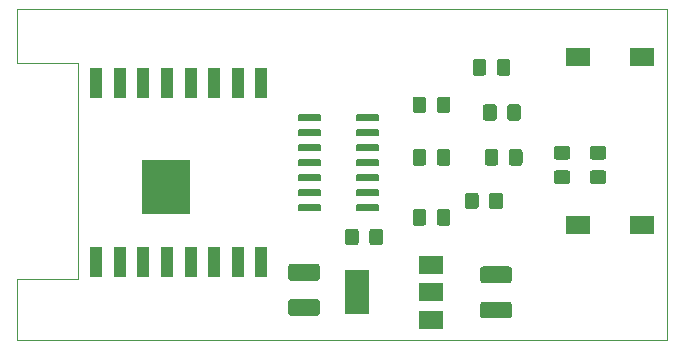
<source format=gbr>
%TF.GenerationSoftware,KiCad,Pcbnew,(5.1.5)-3*%
%TF.CreationDate,2021-03-07T11:31:16-06:00*%
%TF.ProjectId,RTL8720DN multi function board,52544c38-3732-4304-944e-206d756c7469,rev?*%
%TF.SameCoordinates,Original*%
%TF.FileFunction,Paste,Top*%
%TF.FilePolarity,Positive*%
%FSLAX46Y46*%
G04 Gerber Fmt 4.6, Leading zero omitted, Abs format (unit mm)*
G04 Created by KiCad (PCBNEW (5.1.5)-3) date 2021-03-07 11:31:16*
%MOMM*%
%LPD*%
G04 APERTURE LIST*
%ADD10C,0.120000*%
%ADD11R,2.000000X1.600000*%
%ADD12C,0.100000*%
%ADD13R,2.000000X1.500000*%
%ADD14R,2.000000X3.800000*%
%ADD15R,1.000000X2.500000*%
G04 APERTURE END LIST*
D10*
X120550000Y-90420000D02*
X120550000Y-108712000D01*
X120550000Y-108712000D02*
X115400000Y-108712000D01*
X115400000Y-90420000D02*
X120550000Y-90420000D01*
X115400000Y-108712000D02*
X115400000Y-113885000D01*
X170400000Y-113885000D02*
X170400000Y-85885000D01*
X115400000Y-113885000D02*
X170400000Y-113885000D01*
X115400000Y-85885000D02*
X115400000Y-90420000D01*
X170400000Y-85885000D02*
X115400000Y-85885000D01*
D11*
X168308000Y-104140000D03*
X162908000Y-104140000D03*
X162908000Y-89916000D03*
X168308000Y-89916000D03*
D12*
G36*
X144104505Y-104457204D02*
G01*
X144128773Y-104460804D01*
X144152572Y-104466765D01*
X144175671Y-104475030D01*
X144197850Y-104485520D01*
X144218893Y-104498132D01*
X144238599Y-104512747D01*
X144256777Y-104529223D01*
X144273253Y-104547401D01*
X144287868Y-104567107D01*
X144300480Y-104588150D01*
X144310970Y-104610329D01*
X144319235Y-104633428D01*
X144325196Y-104657227D01*
X144328796Y-104681495D01*
X144330000Y-104705999D01*
X144330000Y-105606001D01*
X144328796Y-105630505D01*
X144325196Y-105654773D01*
X144319235Y-105678572D01*
X144310970Y-105701671D01*
X144300480Y-105723850D01*
X144287868Y-105744893D01*
X144273253Y-105764599D01*
X144256777Y-105782777D01*
X144238599Y-105799253D01*
X144218893Y-105813868D01*
X144197850Y-105826480D01*
X144175671Y-105836970D01*
X144152572Y-105845235D01*
X144128773Y-105851196D01*
X144104505Y-105854796D01*
X144080001Y-105856000D01*
X143429999Y-105856000D01*
X143405495Y-105854796D01*
X143381227Y-105851196D01*
X143357428Y-105845235D01*
X143334329Y-105836970D01*
X143312150Y-105826480D01*
X143291107Y-105813868D01*
X143271401Y-105799253D01*
X143253223Y-105782777D01*
X143236747Y-105764599D01*
X143222132Y-105744893D01*
X143209520Y-105723850D01*
X143199030Y-105701671D01*
X143190765Y-105678572D01*
X143184804Y-105654773D01*
X143181204Y-105630505D01*
X143180000Y-105606001D01*
X143180000Y-104705999D01*
X143181204Y-104681495D01*
X143184804Y-104657227D01*
X143190765Y-104633428D01*
X143199030Y-104610329D01*
X143209520Y-104588150D01*
X143222132Y-104567107D01*
X143236747Y-104547401D01*
X143253223Y-104529223D01*
X143271401Y-104512747D01*
X143291107Y-104498132D01*
X143312150Y-104485520D01*
X143334329Y-104475030D01*
X143357428Y-104466765D01*
X143381227Y-104460804D01*
X143405495Y-104457204D01*
X143429999Y-104456000D01*
X144080001Y-104456000D01*
X144104505Y-104457204D01*
G37*
G36*
X146154505Y-104457204D02*
G01*
X146178773Y-104460804D01*
X146202572Y-104466765D01*
X146225671Y-104475030D01*
X146247850Y-104485520D01*
X146268893Y-104498132D01*
X146288599Y-104512747D01*
X146306777Y-104529223D01*
X146323253Y-104547401D01*
X146337868Y-104567107D01*
X146350480Y-104588150D01*
X146360970Y-104610329D01*
X146369235Y-104633428D01*
X146375196Y-104657227D01*
X146378796Y-104681495D01*
X146380000Y-104705999D01*
X146380000Y-105606001D01*
X146378796Y-105630505D01*
X146375196Y-105654773D01*
X146369235Y-105678572D01*
X146360970Y-105701671D01*
X146350480Y-105723850D01*
X146337868Y-105744893D01*
X146323253Y-105764599D01*
X146306777Y-105782777D01*
X146288599Y-105799253D01*
X146268893Y-105813868D01*
X146247850Y-105826480D01*
X146225671Y-105836970D01*
X146202572Y-105845235D01*
X146178773Y-105851196D01*
X146154505Y-105854796D01*
X146130001Y-105856000D01*
X145479999Y-105856000D01*
X145455495Y-105854796D01*
X145431227Y-105851196D01*
X145407428Y-105845235D01*
X145384329Y-105836970D01*
X145362150Y-105826480D01*
X145341107Y-105813868D01*
X145321401Y-105799253D01*
X145303223Y-105782777D01*
X145286747Y-105764599D01*
X145272132Y-105744893D01*
X145259520Y-105723850D01*
X145249030Y-105701671D01*
X145240765Y-105678572D01*
X145234804Y-105654773D01*
X145231204Y-105630505D01*
X145230000Y-105606001D01*
X145230000Y-104705999D01*
X145231204Y-104681495D01*
X145234804Y-104657227D01*
X145240765Y-104633428D01*
X145249030Y-104610329D01*
X145259520Y-104588150D01*
X145272132Y-104567107D01*
X145286747Y-104547401D01*
X145303223Y-104529223D01*
X145321401Y-104512747D01*
X145341107Y-104498132D01*
X145362150Y-104485520D01*
X145384329Y-104475030D01*
X145407428Y-104466765D01*
X145431227Y-104460804D01*
X145455495Y-104457204D01*
X145479999Y-104456000D01*
X146130001Y-104456000D01*
X146154505Y-104457204D01*
G37*
G36*
X162018505Y-99511204D02*
G01*
X162042773Y-99514804D01*
X162066572Y-99520765D01*
X162089671Y-99529030D01*
X162111850Y-99539520D01*
X162132893Y-99552132D01*
X162152599Y-99566747D01*
X162170777Y-99583223D01*
X162187253Y-99601401D01*
X162201868Y-99621107D01*
X162214480Y-99642150D01*
X162224970Y-99664329D01*
X162233235Y-99687428D01*
X162239196Y-99711227D01*
X162242796Y-99735495D01*
X162244000Y-99759999D01*
X162244000Y-100410001D01*
X162242796Y-100434505D01*
X162239196Y-100458773D01*
X162233235Y-100482572D01*
X162224970Y-100505671D01*
X162214480Y-100527850D01*
X162201868Y-100548893D01*
X162187253Y-100568599D01*
X162170777Y-100586777D01*
X162152599Y-100603253D01*
X162132893Y-100617868D01*
X162111850Y-100630480D01*
X162089671Y-100640970D01*
X162066572Y-100649235D01*
X162042773Y-100655196D01*
X162018505Y-100658796D01*
X161994001Y-100660000D01*
X161093999Y-100660000D01*
X161069495Y-100658796D01*
X161045227Y-100655196D01*
X161021428Y-100649235D01*
X160998329Y-100640970D01*
X160976150Y-100630480D01*
X160955107Y-100617868D01*
X160935401Y-100603253D01*
X160917223Y-100586777D01*
X160900747Y-100568599D01*
X160886132Y-100548893D01*
X160873520Y-100527850D01*
X160863030Y-100505671D01*
X160854765Y-100482572D01*
X160848804Y-100458773D01*
X160845204Y-100434505D01*
X160844000Y-100410001D01*
X160844000Y-99759999D01*
X160845204Y-99735495D01*
X160848804Y-99711227D01*
X160854765Y-99687428D01*
X160863030Y-99664329D01*
X160873520Y-99642150D01*
X160886132Y-99621107D01*
X160900747Y-99601401D01*
X160917223Y-99583223D01*
X160935401Y-99566747D01*
X160955107Y-99552132D01*
X160976150Y-99539520D01*
X160998329Y-99529030D01*
X161021428Y-99520765D01*
X161045227Y-99514804D01*
X161069495Y-99511204D01*
X161093999Y-99510000D01*
X161994001Y-99510000D01*
X162018505Y-99511204D01*
G37*
G36*
X162018505Y-97461204D02*
G01*
X162042773Y-97464804D01*
X162066572Y-97470765D01*
X162089671Y-97479030D01*
X162111850Y-97489520D01*
X162132893Y-97502132D01*
X162152599Y-97516747D01*
X162170777Y-97533223D01*
X162187253Y-97551401D01*
X162201868Y-97571107D01*
X162214480Y-97592150D01*
X162224970Y-97614329D01*
X162233235Y-97637428D01*
X162239196Y-97661227D01*
X162242796Y-97685495D01*
X162244000Y-97709999D01*
X162244000Y-98360001D01*
X162242796Y-98384505D01*
X162239196Y-98408773D01*
X162233235Y-98432572D01*
X162224970Y-98455671D01*
X162214480Y-98477850D01*
X162201868Y-98498893D01*
X162187253Y-98518599D01*
X162170777Y-98536777D01*
X162152599Y-98553253D01*
X162132893Y-98567868D01*
X162111850Y-98580480D01*
X162089671Y-98590970D01*
X162066572Y-98599235D01*
X162042773Y-98605196D01*
X162018505Y-98608796D01*
X161994001Y-98610000D01*
X161093999Y-98610000D01*
X161069495Y-98608796D01*
X161045227Y-98605196D01*
X161021428Y-98599235D01*
X160998329Y-98590970D01*
X160976150Y-98580480D01*
X160955107Y-98567868D01*
X160935401Y-98553253D01*
X160917223Y-98536777D01*
X160900747Y-98518599D01*
X160886132Y-98498893D01*
X160873520Y-98477850D01*
X160863030Y-98455671D01*
X160854765Y-98432572D01*
X160848804Y-98408773D01*
X160845204Y-98384505D01*
X160844000Y-98360001D01*
X160844000Y-97709999D01*
X160845204Y-97685495D01*
X160848804Y-97661227D01*
X160854765Y-97637428D01*
X160863030Y-97614329D01*
X160873520Y-97592150D01*
X160886132Y-97571107D01*
X160900747Y-97551401D01*
X160917223Y-97533223D01*
X160935401Y-97516747D01*
X160955107Y-97502132D01*
X160976150Y-97489520D01*
X160998329Y-97479030D01*
X161021428Y-97470765D01*
X161045227Y-97464804D01*
X161069495Y-97461204D01*
X161093999Y-97460000D01*
X161994001Y-97460000D01*
X162018505Y-97461204D01*
G37*
D13*
X150470000Y-112155000D03*
X150470000Y-107555000D03*
X150470000Y-109855000D03*
D14*
X144170000Y-109855000D03*
D12*
G36*
X125950961Y-98685245D02*
G01*
X125953806Y-98675866D01*
X125958427Y-98667221D01*
X125964645Y-98659645D01*
X125972221Y-98653427D01*
X125980866Y-98648806D01*
X125990245Y-98645961D01*
X126000000Y-98645000D01*
X130000000Y-98645000D01*
X130009755Y-98645961D01*
X130019134Y-98648806D01*
X130027779Y-98653427D01*
X130035355Y-98659645D01*
X130041573Y-98667221D01*
X130046194Y-98675866D01*
X130049039Y-98685245D01*
X130050000Y-98695000D01*
X130050000Y-103195000D01*
X130049039Y-103204755D01*
X130046194Y-103214134D01*
X130041573Y-103222779D01*
X130035355Y-103230355D01*
X130027779Y-103236573D01*
X130019134Y-103241194D01*
X130009755Y-103244039D01*
X130000000Y-103245000D01*
X126000000Y-103245000D01*
X125990245Y-103244039D01*
X125980866Y-103241194D01*
X125972221Y-103236573D01*
X125964645Y-103230355D01*
X125958427Y-103222779D01*
X125953806Y-103214134D01*
X125950961Y-103204755D01*
X125950000Y-103195000D01*
X125950000Y-98695000D01*
X125950961Y-98685245D01*
G37*
D15*
X122100000Y-107295000D03*
X124100000Y-107295000D03*
X126100000Y-107295000D03*
X128100000Y-107295000D03*
X130100000Y-107295000D03*
X132100000Y-107295000D03*
X134100000Y-107295000D03*
X136100000Y-107295000D03*
X136100000Y-92095000D03*
X134100000Y-92095000D03*
X132100000Y-92095000D03*
X130100000Y-92095000D03*
X128100000Y-92095000D03*
X126100000Y-92095000D03*
X124100000Y-92095000D03*
X122100000Y-92095000D03*
D12*
G36*
X165066505Y-99520204D02*
G01*
X165090773Y-99523804D01*
X165114572Y-99529765D01*
X165137671Y-99538030D01*
X165159850Y-99548520D01*
X165180893Y-99561132D01*
X165200599Y-99575747D01*
X165218777Y-99592223D01*
X165235253Y-99610401D01*
X165249868Y-99630107D01*
X165262480Y-99651150D01*
X165272970Y-99673329D01*
X165281235Y-99696428D01*
X165287196Y-99720227D01*
X165290796Y-99744495D01*
X165292000Y-99768999D01*
X165292000Y-100419001D01*
X165290796Y-100443505D01*
X165287196Y-100467773D01*
X165281235Y-100491572D01*
X165272970Y-100514671D01*
X165262480Y-100536850D01*
X165249868Y-100557893D01*
X165235253Y-100577599D01*
X165218777Y-100595777D01*
X165200599Y-100612253D01*
X165180893Y-100626868D01*
X165159850Y-100639480D01*
X165137671Y-100649970D01*
X165114572Y-100658235D01*
X165090773Y-100664196D01*
X165066505Y-100667796D01*
X165042001Y-100669000D01*
X164141999Y-100669000D01*
X164117495Y-100667796D01*
X164093227Y-100664196D01*
X164069428Y-100658235D01*
X164046329Y-100649970D01*
X164024150Y-100639480D01*
X164003107Y-100626868D01*
X163983401Y-100612253D01*
X163965223Y-100595777D01*
X163948747Y-100577599D01*
X163934132Y-100557893D01*
X163921520Y-100536850D01*
X163911030Y-100514671D01*
X163902765Y-100491572D01*
X163896804Y-100467773D01*
X163893204Y-100443505D01*
X163892000Y-100419001D01*
X163892000Y-99768999D01*
X163893204Y-99744495D01*
X163896804Y-99720227D01*
X163902765Y-99696428D01*
X163911030Y-99673329D01*
X163921520Y-99651150D01*
X163934132Y-99630107D01*
X163948747Y-99610401D01*
X163965223Y-99592223D01*
X163983401Y-99575747D01*
X164003107Y-99561132D01*
X164024150Y-99548520D01*
X164046329Y-99538030D01*
X164069428Y-99529765D01*
X164093227Y-99523804D01*
X164117495Y-99520204D01*
X164141999Y-99519000D01*
X165042001Y-99519000D01*
X165066505Y-99520204D01*
G37*
G36*
X165066505Y-97470204D02*
G01*
X165090773Y-97473804D01*
X165114572Y-97479765D01*
X165137671Y-97488030D01*
X165159850Y-97498520D01*
X165180893Y-97511132D01*
X165200599Y-97525747D01*
X165218777Y-97542223D01*
X165235253Y-97560401D01*
X165249868Y-97580107D01*
X165262480Y-97601150D01*
X165272970Y-97623329D01*
X165281235Y-97646428D01*
X165287196Y-97670227D01*
X165290796Y-97694495D01*
X165292000Y-97718999D01*
X165292000Y-98369001D01*
X165290796Y-98393505D01*
X165287196Y-98417773D01*
X165281235Y-98441572D01*
X165272970Y-98464671D01*
X165262480Y-98486850D01*
X165249868Y-98507893D01*
X165235253Y-98527599D01*
X165218777Y-98545777D01*
X165200599Y-98562253D01*
X165180893Y-98576868D01*
X165159850Y-98589480D01*
X165137671Y-98599970D01*
X165114572Y-98608235D01*
X165090773Y-98614196D01*
X165066505Y-98617796D01*
X165042001Y-98619000D01*
X164141999Y-98619000D01*
X164117495Y-98617796D01*
X164093227Y-98614196D01*
X164069428Y-98608235D01*
X164046329Y-98599970D01*
X164024150Y-98589480D01*
X164003107Y-98576868D01*
X163983401Y-98562253D01*
X163965223Y-98545777D01*
X163948747Y-98527599D01*
X163934132Y-98507893D01*
X163921520Y-98486850D01*
X163911030Y-98464671D01*
X163902765Y-98441572D01*
X163896804Y-98417773D01*
X163893204Y-98393505D01*
X163892000Y-98369001D01*
X163892000Y-97718999D01*
X163893204Y-97694495D01*
X163896804Y-97670227D01*
X163902765Y-97646428D01*
X163911030Y-97623329D01*
X163921520Y-97601150D01*
X163934132Y-97580107D01*
X163948747Y-97560401D01*
X163965223Y-97542223D01*
X163983401Y-97525747D01*
X164003107Y-97511132D01*
X164024150Y-97498520D01*
X164046329Y-97488030D01*
X164069428Y-97479765D01*
X164093227Y-97473804D01*
X164117495Y-97470204D01*
X164141999Y-97469000D01*
X165042001Y-97469000D01*
X165066505Y-97470204D01*
G37*
G36*
X140799504Y-110413704D02*
G01*
X140823773Y-110417304D01*
X140847571Y-110423265D01*
X140870671Y-110431530D01*
X140892849Y-110442020D01*
X140913893Y-110454633D01*
X140933598Y-110469247D01*
X140951777Y-110485723D01*
X140968253Y-110503902D01*
X140982867Y-110523607D01*
X140995480Y-110544651D01*
X141005970Y-110566829D01*
X141014235Y-110589929D01*
X141020196Y-110613727D01*
X141023796Y-110637996D01*
X141025000Y-110662500D01*
X141025000Y-111587500D01*
X141023796Y-111612004D01*
X141020196Y-111636273D01*
X141014235Y-111660071D01*
X141005970Y-111683171D01*
X140995480Y-111705349D01*
X140982867Y-111726393D01*
X140968253Y-111746098D01*
X140951777Y-111764277D01*
X140933598Y-111780753D01*
X140913893Y-111795367D01*
X140892849Y-111807980D01*
X140870671Y-111818470D01*
X140847571Y-111826735D01*
X140823773Y-111832696D01*
X140799504Y-111836296D01*
X140775000Y-111837500D01*
X138625000Y-111837500D01*
X138600496Y-111836296D01*
X138576227Y-111832696D01*
X138552429Y-111826735D01*
X138529329Y-111818470D01*
X138507151Y-111807980D01*
X138486107Y-111795367D01*
X138466402Y-111780753D01*
X138448223Y-111764277D01*
X138431747Y-111746098D01*
X138417133Y-111726393D01*
X138404520Y-111705349D01*
X138394030Y-111683171D01*
X138385765Y-111660071D01*
X138379804Y-111636273D01*
X138376204Y-111612004D01*
X138375000Y-111587500D01*
X138375000Y-110662500D01*
X138376204Y-110637996D01*
X138379804Y-110613727D01*
X138385765Y-110589929D01*
X138394030Y-110566829D01*
X138404520Y-110544651D01*
X138417133Y-110523607D01*
X138431747Y-110503902D01*
X138448223Y-110485723D01*
X138466402Y-110469247D01*
X138486107Y-110454633D01*
X138507151Y-110442020D01*
X138529329Y-110431530D01*
X138552429Y-110423265D01*
X138576227Y-110417304D01*
X138600496Y-110413704D01*
X138625000Y-110412500D01*
X140775000Y-110412500D01*
X140799504Y-110413704D01*
G37*
G36*
X140799504Y-107438704D02*
G01*
X140823773Y-107442304D01*
X140847571Y-107448265D01*
X140870671Y-107456530D01*
X140892849Y-107467020D01*
X140913893Y-107479633D01*
X140933598Y-107494247D01*
X140951777Y-107510723D01*
X140968253Y-107528902D01*
X140982867Y-107548607D01*
X140995480Y-107569651D01*
X141005970Y-107591829D01*
X141014235Y-107614929D01*
X141020196Y-107638727D01*
X141023796Y-107662996D01*
X141025000Y-107687500D01*
X141025000Y-108612500D01*
X141023796Y-108637004D01*
X141020196Y-108661273D01*
X141014235Y-108685071D01*
X141005970Y-108708171D01*
X140995480Y-108730349D01*
X140982867Y-108751393D01*
X140968253Y-108771098D01*
X140951777Y-108789277D01*
X140933598Y-108805753D01*
X140913893Y-108820367D01*
X140892849Y-108832980D01*
X140870671Y-108843470D01*
X140847571Y-108851735D01*
X140823773Y-108857696D01*
X140799504Y-108861296D01*
X140775000Y-108862500D01*
X138625000Y-108862500D01*
X138600496Y-108861296D01*
X138576227Y-108857696D01*
X138552429Y-108851735D01*
X138529329Y-108843470D01*
X138507151Y-108832980D01*
X138486107Y-108820367D01*
X138466402Y-108805753D01*
X138448223Y-108789277D01*
X138431747Y-108771098D01*
X138417133Y-108751393D01*
X138404520Y-108730349D01*
X138394030Y-108708171D01*
X138385765Y-108685071D01*
X138379804Y-108661273D01*
X138376204Y-108637004D01*
X138375000Y-108612500D01*
X138375000Y-107687500D01*
X138376204Y-107662996D01*
X138379804Y-107638727D01*
X138385765Y-107614929D01*
X138394030Y-107591829D01*
X138404520Y-107569651D01*
X138417133Y-107548607D01*
X138431747Y-107528902D01*
X138448223Y-107510723D01*
X138466402Y-107494247D01*
X138486107Y-107479633D01*
X138507151Y-107467020D01*
X138529329Y-107456530D01*
X138552429Y-107448265D01*
X138576227Y-107442304D01*
X138600496Y-107438704D01*
X138625000Y-107437500D01*
X140775000Y-107437500D01*
X140799504Y-107438704D01*
G37*
G36*
X157055504Y-110631204D02*
G01*
X157079773Y-110634804D01*
X157103571Y-110640765D01*
X157126671Y-110649030D01*
X157148849Y-110659520D01*
X157169893Y-110672133D01*
X157189598Y-110686747D01*
X157207777Y-110703223D01*
X157224253Y-110721402D01*
X157238867Y-110741107D01*
X157251480Y-110762151D01*
X157261970Y-110784329D01*
X157270235Y-110807429D01*
X157276196Y-110831227D01*
X157279796Y-110855496D01*
X157281000Y-110880000D01*
X157281000Y-111805000D01*
X157279796Y-111829504D01*
X157276196Y-111853773D01*
X157270235Y-111877571D01*
X157261970Y-111900671D01*
X157251480Y-111922849D01*
X157238867Y-111943893D01*
X157224253Y-111963598D01*
X157207777Y-111981777D01*
X157189598Y-111998253D01*
X157169893Y-112012867D01*
X157148849Y-112025480D01*
X157126671Y-112035970D01*
X157103571Y-112044235D01*
X157079773Y-112050196D01*
X157055504Y-112053796D01*
X157031000Y-112055000D01*
X154881000Y-112055000D01*
X154856496Y-112053796D01*
X154832227Y-112050196D01*
X154808429Y-112044235D01*
X154785329Y-112035970D01*
X154763151Y-112025480D01*
X154742107Y-112012867D01*
X154722402Y-111998253D01*
X154704223Y-111981777D01*
X154687747Y-111963598D01*
X154673133Y-111943893D01*
X154660520Y-111922849D01*
X154650030Y-111900671D01*
X154641765Y-111877571D01*
X154635804Y-111853773D01*
X154632204Y-111829504D01*
X154631000Y-111805000D01*
X154631000Y-110880000D01*
X154632204Y-110855496D01*
X154635804Y-110831227D01*
X154641765Y-110807429D01*
X154650030Y-110784329D01*
X154660520Y-110762151D01*
X154673133Y-110741107D01*
X154687747Y-110721402D01*
X154704223Y-110703223D01*
X154722402Y-110686747D01*
X154742107Y-110672133D01*
X154763151Y-110659520D01*
X154785329Y-110649030D01*
X154808429Y-110640765D01*
X154832227Y-110634804D01*
X154856496Y-110631204D01*
X154881000Y-110630000D01*
X157031000Y-110630000D01*
X157055504Y-110631204D01*
G37*
G36*
X157055504Y-107656204D02*
G01*
X157079773Y-107659804D01*
X157103571Y-107665765D01*
X157126671Y-107674030D01*
X157148849Y-107684520D01*
X157169893Y-107697133D01*
X157189598Y-107711747D01*
X157207777Y-107728223D01*
X157224253Y-107746402D01*
X157238867Y-107766107D01*
X157251480Y-107787151D01*
X157261970Y-107809329D01*
X157270235Y-107832429D01*
X157276196Y-107856227D01*
X157279796Y-107880496D01*
X157281000Y-107905000D01*
X157281000Y-108830000D01*
X157279796Y-108854504D01*
X157276196Y-108878773D01*
X157270235Y-108902571D01*
X157261970Y-108925671D01*
X157251480Y-108947849D01*
X157238867Y-108968893D01*
X157224253Y-108988598D01*
X157207777Y-109006777D01*
X157189598Y-109023253D01*
X157169893Y-109037867D01*
X157148849Y-109050480D01*
X157126671Y-109060970D01*
X157103571Y-109069235D01*
X157079773Y-109075196D01*
X157055504Y-109078796D01*
X157031000Y-109080000D01*
X154881000Y-109080000D01*
X154856496Y-109078796D01*
X154832227Y-109075196D01*
X154808429Y-109069235D01*
X154785329Y-109060970D01*
X154763151Y-109050480D01*
X154742107Y-109037867D01*
X154722402Y-109023253D01*
X154704223Y-109006777D01*
X154687747Y-108988598D01*
X154673133Y-108968893D01*
X154660520Y-108947849D01*
X154650030Y-108925671D01*
X154641765Y-108902571D01*
X154635804Y-108878773D01*
X154632204Y-108854504D01*
X154631000Y-108830000D01*
X154631000Y-107905000D01*
X154632204Y-107880496D01*
X154635804Y-107856227D01*
X154641765Y-107832429D01*
X154650030Y-107809329D01*
X154660520Y-107787151D01*
X154673133Y-107766107D01*
X154687747Y-107746402D01*
X154704223Y-107728223D01*
X154722402Y-107711747D01*
X154742107Y-107697133D01*
X154763151Y-107684520D01*
X154785329Y-107674030D01*
X154808429Y-107665765D01*
X154832227Y-107659804D01*
X154856496Y-107656204D01*
X154881000Y-107655000D01*
X157031000Y-107655000D01*
X157055504Y-107656204D01*
G37*
G36*
X156949505Y-90106204D02*
G01*
X156973773Y-90109804D01*
X156997572Y-90115765D01*
X157020671Y-90124030D01*
X157042850Y-90134520D01*
X157063893Y-90147132D01*
X157083599Y-90161747D01*
X157101777Y-90178223D01*
X157118253Y-90196401D01*
X157132868Y-90216107D01*
X157145480Y-90237150D01*
X157155970Y-90259329D01*
X157164235Y-90282428D01*
X157170196Y-90306227D01*
X157173796Y-90330495D01*
X157175000Y-90354999D01*
X157175000Y-91255001D01*
X157173796Y-91279505D01*
X157170196Y-91303773D01*
X157164235Y-91327572D01*
X157155970Y-91350671D01*
X157145480Y-91372850D01*
X157132868Y-91393893D01*
X157118253Y-91413599D01*
X157101777Y-91431777D01*
X157083599Y-91448253D01*
X157063893Y-91462868D01*
X157042850Y-91475480D01*
X157020671Y-91485970D01*
X156997572Y-91494235D01*
X156973773Y-91500196D01*
X156949505Y-91503796D01*
X156925001Y-91505000D01*
X156274999Y-91505000D01*
X156250495Y-91503796D01*
X156226227Y-91500196D01*
X156202428Y-91494235D01*
X156179329Y-91485970D01*
X156157150Y-91475480D01*
X156136107Y-91462868D01*
X156116401Y-91448253D01*
X156098223Y-91431777D01*
X156081747Y-91413599D01*
X156067132Y-91393893D01*
X156054520Y-91372850D01*
X156044030Y-91350671D01*
X156035765Y-91327572D01*
X156029804Y-91303773D01*
X156026204Y-91279505D01*
X156025000Y-91255001D01*
X156025000Y-90354999D01*
X156026204Y-90330495D01*
X156029804Y-90306227D01*
X156035765Y-90282428D01*
X156044030Y-90259329D01*
X156054520Y-90237150D01*
X156067132Y-90216107D01*
X156081747Y-90196401D01*
X156098223Y-90178223D01*
X156116401Y-90161747D01*
X156136107Y-90147132D01*
X156157150Y-90134520D01*
X156179329Y-90124030D01*
X156202428Y-90115765D01*
X156226227Y-90109804D01*
X156250495Y-90106204D01*
X156274999Y-90105000D01*
X156925001Y-90105000D01*
X156949505Y-90106204D01*
G37*
G36*
X154899505Y-90106204D02*
G01*
X154923773Y-90109804D01*
X154947572Y-90115765D01*
X154970671Y-90124030D01*
X154992850Y-90134520D01*
X155013893Y-90147132D01*
X155033599Y-90161747D01*
X155051777Y-90178223D01*
X155068253Y-90196401D01*
X155082868Y-90216107D01*
X155095480Y-90237150D01*
X155105970Y-90259329D01*
X155114235Y-90282428D01*
X155120196Y-90306227D01*
X155123796Y-90330495D01*
X155125000Y-90354999D01*
X155125000Y-91255001D01*
X155123796Y-91279505D01*
X155120196Y-91303773D01*
X155114235Y-91327572D01*
X155105970Y-91350671D01*
X155095480Y-91372850D01*
X155082868Y-91393893D01*
X155068253Y-91413599D01*
X155051777Y-91431777D01*
X155033599Y-91448253D01*
X155013893Y-91462868D01*
X154992850Y-91475480D01*
X154970671Y-91485970D01*
X154947572Y-91494235D01*
X154923773Y-91500196D01*
X154899505Y-91503796D01*
X154875001Y-91505000D01*
X154224999Y-91505000D01*
X154200495Y-91503796D01*
X154176227Y-91500196D01*
X154152428Y-91494235D01*
X154129329Y-91485970D01*
X154107150Y-91475480D01*
X154086107Y-91462868D01*
X154066401Y-91448253D01*
X154048223Y-91431777D01*
X154031747Y-91413599D01*
X154017132Y-91393893D01*
X154004520Y-91372850D01*
X153994030Y-91350671D01*
X153985765Y-91327572D01*
X153979804Y-91303773D01*
X153976204Y-91279505D01*
X153975000Y-91255001D01*
X153975000Y-90354999D01*
X153976204Y-90330495D01*
X153979804Y-90306227D01*
X153985765Y-90282428D01*
X153994030Y-90259329D01*
X154004520Y-90237150D01*
X154017132Y-90216107D01*
X154031747Y-90196401D01*
X154048223Y-90178223D01*
X154066401Y-90161747D01*
X154086107Y-90147132D01*
X154107150Y-90134520D01*
X154129329Y-90124030D01*
X154152428Y-90115765D01*
X154176227Y-90109804D01*
X154200495Y-90106204D01*
X154224999Y-90105000D01*
X154875001Y-90105000D01*
X154899505Y-90106204D01*
G37*
G36*
X145939703Y-94770722D02*
G01*
X145954264Y-94772882D01*
X145968543Y-94776459D01*
X145982403Y-94781418D01*
X145995710Y-94787712D01*
X146008336Y-94795280D01*
X146020159Y-94804048D01*
X146031066Y-94813934D01*
X146040952Y-94824841D01*
X146049720Y-94836664D01*
X146057288Y-94849290D01*
X146063582Y-94862597D01*
X146068541Y-94876457D01*
X146072118Y-94890736D01*
X146074278Y-94905297D01*
X146075000Y-94920000D01*
X146075000Y-95220000D01*
X146074278Y-95234703D01*
X146072118Y-95249264D01*
X146068541Y-95263543D01*
X146063582Y-95277403D01*
X146057288Y-95290710D01*
X146049720Y-95303336D01*
X146040952Y-95315159D01*
X146031066Y-95326066D01*
X146020159Y-95335952D01*
X146008336Y-95344720D01*
X145995710Y-95352288D01*
X145982403Y-95358582D01*
X145968543Y-95363541D01*
X145954264Y-95367118D01*
X145939703Y-95369278D01*
X145925000Y-95370000D01*
X144275000Y-95370000D01*
X144260297Y-95369278D01*
X144245736Y-95367118D01*
X144231457Y-95363541D01*
X144217597Y-95358582D01*
X144204290Y-95352288D01*
X144191664Y-95344720D01*
X144179841Y-95335952D01*
X144168934Y-95326066D01*
X144159048Y-95315159D01*
X144150280Y-95303336D01*
X144142712Y-95290710D01*
X144136418Y-95277403D01*
X144131459Y-95263543D01*
X144127882Y-95249264D01*
X144125722Y-95234703D01*
X144125000Y-95220000D01*
X144125000Y-94920000D01*
X144125722Y-94905297D01*
X144127882Y-94890736D01*
X144131459Y-94876457D01*
X144136418Y-94862597D01*
X144142712Y-94849290D01*
X144150280Y-94836664D01*
X144159048Y-94824841D01*
X144168934Y-94813934D01*
X144179841Y-94804048D01*
X144191664Y-94795280D01*
X144204290Y-94787712D01*
X144217597Y-94781418D01*
X144231457Y-94776459D01*
X144245736Y-94772882D01*
X144260297Y-94770722D01*
X144275000Y-94770000D01*
X145925000Y-94770000D01*
X145939703Y-94770722D01*
G37*
G36*
X145939703Y-96040722D02*
G01*
X145954264Y-96042882D01*
X145968543Y-96046459D01*
X145982403Y-96051418D01*
X145995710Y-96057712D01*
X146008336Y-96065280D01*
X146020159Y-96074048D01*
X146031066Y-96083934D01*
X146040952Y-96094841D01*
X146049720Y-96106664D01*
X146057288Y-96119290D01*
X146063582Y-96132597D01*
X146068541Y-96146457D01*
X146072118Y-96160736D01*
X146074278Y-96175297D01*
X146075000Y-96190000D01*
X146075000Y-96490000D01*
X146074278Y-96504703D01*
X146072118Y-96519264D01*
X146068541Y-96533543D01*
X146063582Y-96547403D01*
X146057288Y-96560710D01*
X146049720Y-96573336D01*
X146040952Y-96585159D01*
X146031066Y-96596066D01*
X146020159Y-96605952D01*
X146008336Y-96614720D01*
X145995710Y-96622288D01*
X145982403Y-96628582D01*
X145968543Y-96633541D01*
X145954264Y-96637118D01*
X145939703Y-96639278D01*
X145925000Y-96640000D01*
X144275000Y-96640000D01*
X144260297Y-96639278D01*
X144245736Y-96637118D01*
X144231457Y-96633541D01*
X144217597Y-96628582D01*
X144204290Y-96622288D01*
X144191664Y-96614720D01*
X144179841Y-96605952D01*
X144168934Y-96596066D01*
X144159048Y-96585159D01*
X144150280Y-96573336D01*
X144142712Y-96560710D01*
X144136418Y-96547403D01*
X144131459Y-96533543D01*
X144127882Y-96519264D01*
X144125722Y-96504703D01*
X144125000Y-96490000D01*
X144125000Y-96190000D01*
X144125722Y-96175297D01*
X144127882Y-96160736D01*
X144131459Y-96146457D01*
X144136418Y-96132597D01*
X144142712Y-96119290D01*
X144150280Y-96106664D01*
X144159048Y-96094841D01*
X144168934Y-96083934D01*
X144179841Y-96074048D01*
X144191664Y-96065280D01*
X144204290Y-96057712D01*
X144217597Y-96051418D01*
X144231457Y-96046459D01*
X144245736Y-96042882D01*
X144260297Y-96040722D01*
X144275000Y-96040000D01*
X145925000Y-96040000D01*
X145939703Y-96040722D01*
G37*
G36*
X145939703Y-97310722D02*
G01*
X145954264Y-97312882D01*
X145968543Y-97316459D01*
X145982403Y-97321418D01*
X145995710Y-97327712D01*
X146008336Y-97335280D01*
X146020159Y-97344048D01*
X146031066Y-97353934D01*
X146040952Y-97364841D01*
X146049720Y-97376664D01*
X146057288Y-97389290D01*
X146063582Y-97402597D01*
X146068541Y-97416457D01*
X146072118Y-97430736D01*
X146074278Y-97445297D01*
X146075000Y-97460000D01*
X146075000Y-97760000D01*
X146074278Y-97774703D01*
X146072118Y-97789264D01*
X146068541Y-97803543D01*
X146063582Y-97817403D01*
X146057288Y-97830710D01*
X146049720Y-97843336D01*
X146040952Y-97855159D01*
X146031066Y-97866066D01*
X146020159Y-97875952D01*
X146008336Y-97884720D01*
X145995710Y-97892288D01*
X145982403Y-97898582D01*
X145968543Y-97903541D01*
X145954264Y-97907118D01*
X145939703Y-97909278D01*
X145925000Y-97910000D01*
X144275000Y-97910000D01*
X144260297Y-97909278D01*
X144245736Y-97907118D01*
X144231457Y-97903541D01*
X144217597Y-97898582D01*
X144204290Y-97892288D01*
X144191664Y-97884720D01*
X144179841Y-97875952D01*
X144168934Y-97866066D01*
X144159048Y-97855159D01*
X144150280Y-97843336D01*
X144142712Y-97830710D01*
X144136418Y-97817403D01*
X144131459Y-97803543D01*
X144127882Y-97789264D01*
X144125722Y-97774703D01*
X144125000Y-97760000D01*
X144125000Y-97460000D01*
X144125722Y-97445297D01*
X144127882Y-97430736D01*
X144131459Y-97416457D01*
X144136418Y-97402597D01*
X144142712Y-97389290D01*
X144150280Y-97376664D01*
X144159048Y-97364841D01*
X144168934Y-97353934D01*
X144179841Y-97344048D01*
X144191664Y-97335280D01*
X144204290Y-97327712D01*
X144217597Y-97321418D01*
X144231457Y-97316459D01*
X144245736Y-97312882D01*
X144260297Y-97310722D01*
X144275000Y-97310000D01*
X145925000Y-97310000D01*
X145939703Y-97310722D01*
G37*
G36*
X145939703Y-98580722D02*
G01*
X145954264Y-98582882D01*
X145968543Y-98586459D01*
X145982403Y-98591418D01*
X145995710Y-98597712D01*
X146008336Y-98605280D01*
X146020159Y-98614048D01*
X146031066Y-98623934D01*
X146040952Y-98634841D01*
X146049720Y-98646664D01*
X146057288Y-98659290D01*
X146063582Y-98672597D01*
X146068541Y-98686457D01*
X146072118Y-98700736D01*
X146074278Y-98715297D01*
X146075000Y-98730000D01*
X146075000Y-99030000D01*
X146074278Y-99044703D01*
X146072118Y-99059264D01*
X146068541Y-99073543D01*
X146063582Y-99087403D01*
X146057288Y-99100710D01*
X146049720Y-99113336D01*
X146040952Y-99125159D01*
X146031066Y-99136066D01*
X146020159Y-99145952D01*
X146008336Y-99154720D01*
X145995710Y-99162288D01*
X145982403Y-99168582D01*
X145968543Y-99173541D01*
X145954264Y-99177118D01*
X145939703Y-99179278D01*
X145925000Y-99180000D01*
X144275000Y-99180000D01*
X144260297Y-99179278D01*
X144245736Y-99177118D01*
X144231457Y-99173541D01*
X144217597Y-99168582D01*
X144204290Y-99162288D01*
X144191664Y-99154720D01*
X144179841Y-99145952D01*
X144168934Y-99136066D01*
X144159048Y-99125159D01*
X144150280Y-99113336D01*
X144142712Y-99100710D01*
X144136418Y-99087403D01*
X144131459Y-99073543D01*
X144127882Y-99059264D01*
X144125722Y-99044703D01*
X144125000Y-99030000D01*
X144125000Y-98730000D01*
X144125722Y-98715297D01*
X144127882Y-98700736D01*
X144131459Y-98686457D01*
X144136418Y-98672597D01*
X144142712Y-98659290D01*
X144150280Y-98646664D01*
X144159048Y-98634841D01*
X144168934Y-98623934D01*
X144179841Y-98614048D01*
X144191664Y-98605280D01*
X144204290Y-98597712D01*
X144217597Y-98591418D01*
X144231457Y-98586459D01*
X144245736Y-98582882D01*
X144260297Y-98580722D01*
X144275000Y-98580000D01*
X145925000Y-98580000D01*
X145939703Y-98580722D01*
G37*
G36*
X145939703Y-99850722D02*
G01*
X145954264Y-99852882D01*
X145968543Y-99856459D01*
X145982403Y-99861418D01*
X145995710Y-99867712D01*
X146008336Y-99875280D01*
X146020159Y-99884048D01*
X146031066Y-99893934D01*
X146040952Y-99904841D01*
X146049720Y-99916664D01*
X146057288Y-99929290D01*
X146063582Y-99942597D01*
X146068541Y-99956457D01*
X146072118Y-99970736D01*
X146074278Y-99985297D01*
X146075000Y-100000000D01*
X146075000Y-100300000D01*
X146074278Y-100314703D01*
X146072118Y-100329264D01*
X146068541Y-100343543D01*
X146063582Y-100357403D01*
X146057288Y-100370710D01*
X146049720Y-100383336D01*
X146040952Y-100395159D01*
X146031066Y-100406066D01*
X146020159Y-100415952D01*
X146008336Y-100424720D01*
X145995710Y-100432288D01*
X145982403Y-100438582D01*
X145968543Y-100443541D01*
X145954264Y-100447118D01*
X145939703Y-100449278D01*
X145925000Y-100450000D01*
X144275000Y-100450000D01*
X144260297Y-100449278D01*
X144245736Y-100447118D01*
X144231457Y-100443541D01*
X144217597Y-100438582D01*
X144204290Y-100432288D01*
X144191664Y-100424720D01*
X144179841Y-100415952D01*
X144168934Y-100406066D01*
X144159048Y-100395159D01*
X144150280Y-100383336D01*
X144142712Y-100370710D01*
X144136418Y-100357403D01*
X144131459Y-100343543D01*
X144127882Y-100329264D01*
X144125722Y-100314703D01*
X144125000Y-100300000D01*
X144125000Y-100000000D01*
X144125722Y-99985297D01*
X144127882Y-99970736D01*
X144131459Y-99956457D01*
X144136418Y-99942597D01*
X144142712Y-99929290D01*
X144150280Y-99916664D01*
X144159048Y-99904841D01*
X144168934Y-99893934D01*
X144179841Y-99884048D01*
X144191664Y-99875280D01*
X144204290Y-99867712D01*
X144217597Y-99861418D01*
X144231457Y-99856459D01*
X144245736Y-99852882D01*
X144260297Y-99850722D01*
X144275000Y-99850000D01*
X145925000Y-99850000D01*
X145939703Y-99850722D01*
G37*
G36*
X145939703Y-101120722D02*
G01*
X145954264Y-101122882D01*
X145968543Y-101126459D01*
X145982403Y-101131418D01*
X145995710Y-101137712D01*
X146008336Y-101145280D01*
X146020159Y-101154048D01*
X146031066Y-101163934D01*
X146040952Y-101174841D01*
X146049720Y-101186664D01*
X146057288Y-101199290D01*
X146063582Y-101212597D01*
X146068541Y-101226457D01*
X146072118Y-101240736D01*
X146074278Y-101255297D01*
X146075000Y-101270000D01*
X146075000Y-101570000D01*
X146074278Y-101584703D01*
X146072118Y-101599264D01*
X146068541Y-101613543D01*
X146063582Y-101627403D01*
X146057288Y-101640710D01*
X146049720Y-101653336D01*
X146040952Y-101665159D01*
X146031066Y-101676066D01*
X146020159Y-101685952D01*
X146008336Y-101694720D01*
X145995710Y-101702288D01*
X145982403Y-101708582D01*
X145968543Y-101713541D01*
X145954264Y-101717118D01*
X145939703Y-101719278D01*
X145925000Y-101720000D01*
X144275000Y-101720000D01*
X144260297Y-101719278D01*
X144245736Y-101717118D01*
X144231457Y-101713541D01*
X144217597Y-101708582D01*
X144204290Y-101702288D01*
X144191664Y-101694720D01*
X144179841Y-101685952D01*
X144168934Y-101676066D01*
X144159048Y-101665159D01*
X144150280Y-101653336D01*
X144142712Y-101640710D01*
X144136418Y-101627403D01*
X144131459Y-101613543D01*
X144127882Y-101599264D01*
X144125722Y-101584703D01*
X144125000Y-101570000D01*
X144125000Y-101270000D01*
X144125722Y-101255297D01*
X144127882Y-101240736D01*
X144131459Y-101226457D01*
X144136418Y-101212597D01*
X144142712Y-101199290D01*
X144150280Y-101186664D01*
X144159048Y-101174841D01*
X144168934Y-101163934D01*
X144179841Y-101154048D01*
X144191664Y-101145280D01*
X144204290Y-101137712D01*
X144217597Y-101131418D01*
X144231457Y-101126459D01*
X144245736Y-101122882D01*
X144260297Y-101120722D01*
X144275000Y-101120000D01*
X145925000Y-101120000D01*
X145939703Y-101120722D01*
G37*
G36*
X145939703Y-102390722D02*
G01*
X145954264Y-102392882D01*
X145968543Y-102396459D01*
X145982403Y-102401418D01*
X145995710Y-102407712D01*
X146008336Y-102415280D01*
X146020159Y-102424048D01*
X146031066Y-102433934D01*
X146040952Y-102444841D01*
X146049720Y-102456664D01*
X146057288Y-102469290D01*
X146063582Y-102482597D01*
X146068541Y-102496457D01*
X146072118Y-102510736D01*
X146074278Y-102525297D01*
X146075000Y-102540000D01*
X146075000Y-102840000D01*
X146074278Y-102854703D01*
X146072118Y-102869264D01*
X146068541Y-102883543D01*
X146063582Y-102897403D01*
X146057288Y-102910710D01*
X146049720Y-102923336D01*
X146040952Y-102935159D01*
X146031066Y-102946066D01*
X146020159Y-102955952D01*
X146008336Y-102964720D01*
X145995710Y-102972288D01*
X145982403Y-102978582D01*
X145968543Y-102983541D01*
X145954264Y-102987118D01*
X145939703Y-102989278D01*
X145925000Y-102990000D01*
X144275000Y-102990000D01*
X144260297Y-102989278D01*
X144245736Y-102987118D01*
X144231457Y-102983541D01*
X144217597Y-102978582D01*
X144204290Y-102972288D01*
X144191664Y-102964720D01*
X144179841Y-102955952D01*
X144168934Y-102946066D01*
X144159048Y-102935159D01*
X144150280Y-102923336D01*
X144142712Y-102910710D01*
X144136418Y-102897403D01*
X144131459Y-102883543D01*
X144127882Y-102869264D01*
X144125722Y-102854703D01*
X144125000Y-102840000D01*
X144125000Y-102540000D01*
X144125722Y-102525297D01*
X144127882Y-102510736D01*
X144131459Y-102496457D01*
X144136418Y-102482597D01*
X144142712Y-102469290D01*
X144150280Y-102456664D01*
X144159048Y-102444841D01*
X144168934Y-102433934D01*
X144179841Y-102424048D01*
X144191664Y-102415280D01*
X144204290Y-102407712D01*
X144217597Y-102401418D01*
X144231457Y-102396459D01*
X144245736Y-102392882D01*
X144260297Y-102390722D01*
X144275000Y-102390000D01*
X145925000Y-102390000D01*
X145939703Y-102390722D01*
G37*
G36*
X140989703Y-102390722D02*
G01*
X141004264Y-102392882D01*
X141018543Y-102396459D01*
X141032403Y-102401418D01*
X141045710Y-102407712D01*
X141058336Y-102415280D01*
X141070159Y-102424048D01*
X141081066Y-102433934D01*
X141090952Y-102444841D01*
X141099720Y-102456664D01*
X141107288Y-102469290D01*
X141113582Y-102482597D01*
X141118541Y-102496457D01*
X141122118Y-102510736D01*
X141124278Y-102525297D01*
X141125000Y-102540000D01*
X141125000Y-102840000D01*
X141124278Y-102854703D01*
X141122118Y-102869264D01*
X141118541Y-102883543D01*
X141113582Y-102897403D01*
X141107288Y-102910710D01*
X141099720Y-102923336D01*
X141090952Y-102935159D01*
X141081066Y-102946066D01*
X141070159Y-102955952D01*
X141058336Y-102964720D01*
X141045710Y-102972288D01*
X141032403Y-102978582D01*
X141018543Y-102983541D01*
X141004264Y-102987118D01*
X140989703Y-102989278D01*
X140975000Y-102990000D01*
X139325000Y-102990000D01*
X139310297Y-102989278D01*
X139295736Y-102987118D01*
X139281457Y-102983541D01*
X139267597Y-102978582D01*
X139254290Y-102972288D01*
X139241664Y-102964720D01*
X139229841Y-102955952D01*
X139218934Y-102946066D01*
X139209048Y-102935159D01*
X139200280Y-102923336D01*
X139192712Y-102910710D01*
X139186418Y-102897403D01*
X139181459Y-102883543D01*
X139177882Y-102869264D01*
X139175722Y-102854703D01*
X139175000Y-102840000D01*
X139175000Y-102540000D01*
X139175722Y-102525297D01*
X139177882Y-102510736D01*
X139181459Y-102496457D01*
X139186418Y-102482597D01*
X139192712Y-102469290D01*
X139200280Y-102456664D01*
X139209048Y-102444841D01*
X139218934Y-102433934D01*
X139229841Y-102424048D01*
X139241664Y-102415280D01*
X139254290Y-102407712D01*
X139267597Y-102401418D01*
X139281457Y-102396459D01*
X139295736Y-102392882D01*
X139310297Y-102390722D01*
X139325000Y-102390000D01*
X140975000Y-102390000D01*
X140989703Y-102390722D01*
G37*
G36*
X140989703Y-101120722D02*
G01*
X141004264Y-101122882D01*
X141018543Y-101126459D01*
X141032403Y-101131418D01*
X141045710Y-101137712D01*
X141058336Y-101145280D01*
X141070159Y-101154048D01*
X141081066Y-101163934D01*
X141090952Y-101174841D01*
X141099720Y-101186664D01*
X141107288Y-101199290D01*
X141113582Y-101212597D01*
X141118541Y-101226457D01*
X141122118Y-101240736D01*
X141124278Y-101255297D01*
X141125000Y-101270000D01*
X141125000Y-101570000D01*
X141124278Y-101584703D01*
X141122118Y-101599264D01*
X141118541Y-101613543D01*
X141113582Y-101627403D01*
X141107288Y-101640710D01*
X141099720Y-101653336D01*
X141090952Y-101665159D01*
X141081066Y-101676066D01*
X141070159Y-101685952D01*
X141058336Y-101694720D01*
X141045710Y-101702288D01*
X141032403Y-101708582D01*
X141018543Y-101713541D01*
X141004264Y-101717118D01*
X140989703Y-101719278D01*
X140975000Y-101720000D01*
X139325000Y-101720000D01*
X139310297Y-101719278D01*
X139295736Y-101717118D01*
X139281457Y-101713541D01*
X139267597Y-101708582D01*
X139254290Y-101702288D01*
X139241664Y-101694720D01*
X139229841Y-101685952D01*
X139218934Y-101676066D01*
X139209048Y-101665159D01*
X139200280Y-101653336D01*
X139192712Y-101640710D01*
X139186418Y-101627403D01*
X139181459Y-101613543D01*
X139177882Y-101599264D01*
X139175722Y-101584703D01*
X139175000Y-101570000D01*
X139175000Y-101270000D01*
X139175722Y-101255297D01*
X139177882Y-101240736D01*
X139181459Y-101226457D01*
X139186418Y-101212597D01*
X139192712Y-101199290D01*
X139200280Y-101186664D01*
X139209048Y-101174841D01*
X139218934Y-101163934D01*
X139229841Y-101154048D01*
X139241664Y-101145280D01*
X139254290Y-101137712D01*
X139267597Y-101131418D01*
X139281457Y-101126459D01*
X139295736Y-101122882D01*
X139310297Y-101120722D01*
X139325000Y-101120000D01*
X140975000Y-101120000D01*
X140989703Y-101120722D01*
G37*
G36*
X140989703Y-99850722D02*
G01*
X141004264Y-99852882D01*
X141018543Y-99856459D01*
X141032403Y-99861418D01*
X141045710Y-99867712D01*
X141058336Y-99875280D01*
X141070159Y-99884048D01*
X141081066Y-99893934D01*
X141090952Y-99904841D01*
X141099720Y-99916664D01*
X141107288Y-99929290D01*
X141113582Y-99942597D01*
X141118541Y-99956457D01*
X141122118Y-99970736D01*
X141124278Y-99985297D01*
X141125000Y-100000000D01*
X141125000Y-100300000D01*
X141124278Y-100314703D01*
X141122118Y-100329264D01*
X141118541Y-100343543D01*
X141113582Y-100357403D01*
X141107288Y-100370710D01*
X141099720Y-100383336D01*
X141090952Y-100395159D01*
X141081066Y-100406066D01*
X141070159Y-100415952D01*
X141058336Y-100424720D01*
X141045710Y-100432288D01*
X141032403Y-100438582D01*
X141018543Y-100443541D01*
X141004264Y-100447118D01*
X140989703Y-100449278D01*
X140975000Y-100450000D01*
X139325000Y-100450000D01*
X139310297Y-100449278D01*
X139295736Y-100447118D01*
X139281457Y-100443541D01*
X139267597Y-100438582D01*
X139254290Y-100432288D01*
X139241664Y-100424720D01*
X139229841Y-100415952D01*
X139218934Y-100406066D01*
X139209048Y-100395159D01*
X139200280Y-100383336D01*
X139192712Y-100370710D01*
X139186418Y-100357403D01*
X139181459Y-100343543D01*
X139177882Y-100329264D01*
X139175722Y-100314703D01*
X139175000Y-100300000D01*
X139175000Y-100000000D01*
X139175722Y-99985297D01*
X139177882Y-99970736D01*
X139181459Y-99956457D01*
X139186418Y-99942597D01*
X139192712Y-99929290D01*
X139200280Y-99916664D01*
X139209048Y-99904841D01*
X139218934Y-99893934D01*
X139229841Y-99884048D01*
X139241664Y-99875280D01*
X139254290Y-99867712D01*
X139267597Y-99861418D01*
X139281457Y-99856459D01*
X139295736Y-99852882D01*
X139310297Y-99850722D01*
X139325000Y-99850000D01*
X140975000Y-99850000D01*
X140989703Y-99850722D01*
G37*
G36*
X140989703Y-98580722D02*
G01*
X141004264Y-98582882D01*
X141018543Y-98586459D01*
X141032403Y-98591418D01*
X141045710Y-98597712D01*
X141058336Y-98605280D01*
X141070159Y-98614048D01*
X141081066Y-98623934D01*
X141090952Y-98634841D01*
X141099720Y-98646664D01*
X141107288Y-98659290D01*
X141113582Y-98672597D01*
X141118541Y-98686457D01*
X141122118Y-98700736D01*
X141124278Y-98715297D01*
X141125000Y-98730000D01*
X141125000Y-99030000D01*
X141124278Y-99044703D01*
X141122118Y-99059264D01*
X141118541Y-99073543D01*
X141113582Y-99087403D01*
X141107288Y-99100710D01*
X141099720Y-99113336D01*
X141090952Y-99125159D01*
X141081066Y-99136066D01*
X141070159Y-99145952D01*
X141058336Y-99154720D01*
X141045710Y-99162288D01*
X141032403Y-99168582D01*
X141018543Y-99173541D01*
X141004264Y-99177118D01*
X140989703Y-99179278D01*
X140975000Y-99180000D01*
X139325000Y-99180000D01*
X139310297Y-99179278D01*
X139295736Y-99177118D01*
X139281457Y-99173541D01*
X139267597Y-99168582D01*
X139254290Y-99162288D01*
X139241664Y-99154720D01*
X139229841Y-99145952D01*
X139218934Y-99136066D01*
X139209048Y-99125159D01*
X139200280Y-99113336D01*
X139192712Y-99100710D01*
X139186418Y-99087403D01*
X139181459Y-99073543D01*
X139177882Y-99059264D01*
X139175722Y-99044703D01*
X139175000Y-99030000D01*
X139175000Y-98730000D01*
X139175722Y-98715297D01*
X139177882Y-98700736D01*
X139181459Y-98686457D01*
X139186418Y-98672597D01*
X139192712Y-98659290D01*
X139200280Y-98646664D01*
X139209048Y-98634841D01*
X139218934Y-98623934D01*
X139229841Y-98614048D01*
X139241664Y-98605280D01*
X139254290Y-98597712D01*
X139267597Y-98591418D01*
X139281457Y-98586459D01*
X139295736Y-98582882D01*
X139310297Y-98580722D01*
X139325000Y-98580000D01*
X140975000Y-98580000D01*
X140989703Y-98580722D01*
G37*
G36*
X140989703Y-97310722D02*
G01*
X141004264Y-97312882D01*
X141018543Y-97316459D01*
X141032403Y-97321418D01*
X141045710Y-97327712D01*
X141058336Y-97335280D01*
X141070159Y-97344048D01*
X141081066Y-97353934D01*
X141090952Y-97364841D01*
X141099720Y-97376664D01*
X141107288Y-97389290D01*
X141113582Y-97402597D01*
X141118541Y-97416457D01*
X141122118Y-97430736D01*
X141124278Y-97445297D01*
X141125000Y-97460000D01*
X141125000Y-97760000D01*
X141124278Y-97774703D01*
X141122118Y-97789264D01*
X141118541Y-97803543D01*
X141113582Y-97817403D01*
X141107288Y-97830710D01*
X141099720Y-97843336D01*
X141090952Y-97855159D01*
X141081066Y-97866066D01*
X141070159Y-97875952D01*
X141058336Y-97884720D01*
X141045710Y-97892288D01*
X141032403Y-97898582D01*
X141018543Y-97903541D01*
X141004264Y-97907118D01*
X140989703Y-97909278D01*
X140975000Y-97910000D01*
X139325000Y-97910000D01*
X139310297Y-97909278D01*
X139295736Y-97907118D01*
X139281457Y-97903541D01*
X139267597Y-97898582D01*
X139254290Y-97892288D01*
X139241664Y-97884720D01*
X139229841Y-97875952D01*
X139218934Y-97866066D01*
X139209048Y-97855159D01*
X139200280Y-97843336D01*
X139192712Y-97830710D01*
X139186418Y-97817403D01*
X139181459Y-97803543D01*
X139177882Y-97789264D01*
X139175722Y-97774703D01*
X139175000Y-97760000D01*
X139175000Y-97460000D01*
X139175722Y-97445297D01*
X139177882Y-97430736D01*
X139181459Y-97416457D01*
X139186418Y-97402597D01*
X139192712Y-97389290D01*
X139200280Y-97376664D01*
X139209048Y-97364841D01*
X139218934Y-97353934D01*
X139229841Y-97344048D01*
X139241664Y-97335280D01*
X139254290Y-97327712D01*
X139267597Y-97321418D01*
X139281457Y-97316459D01*
X139295736Y-97312882D01*
X139310297Y-97310722D01*
X139325000Y-97310000D01*
X140975000Y-97310000D01*
X140989703Y-97310722D01*
G37*
G36*
X140989703Y-96040722D02*
G01*
X141004264Y-96042882D01*
X141018543Y-96046459D01*
X141032403Y-96051418D01*
X141045710Y-96057712D01*
X141058336Y-96065280D01*
X141070159Y-96074048D01*
X141081066Y-96083934D01*
X141090952Y-96094841D01*
X141099720Y-96106664D01*
X141107288Y-96119290D01*
X141113582Y-96132597D01*
X141118541Y-96146457D01*
X141122118Y-96160736D01*
X141124278Y-96175297D01*
X141125000Y-96190000D01*
X141125000Y-96490000D01*
X141124278Y-96504703D01*
X141122118Y-96519264D01*
X141118541Y-96533543D01*
X141113582Y-96547403D01*
X141107288Y-96560710D01*
X141099720Y-96573336D01*
X141090952Y-96585159D01*
X141081066Y-96596066D01*
X141070159Y-96605952D01*
X141058336Y-96614720D01*
X141045710Y-96622288D01*
X141032403Y-96628582D01*
X141018543Y-96633541D01*
X141004264Y-96637118D01*
X140989703Y-96639278D01*
X140975000Y-96640000D01*
X139325000Y-96640000D01*
X139310297Y-96639278D01*
X139295736Y-96637118D01*
X139281457Y-96633541D01*
X139267597Y-96628582D01*
X139254290Y-96622288D01*
X139241664Y-96614720D01*
X139229841Y-96605952D01*
X139218934Y-96596066D01*
X139209048Y-96585159D01*
X139200280Y-96573336D01*
X139192712Y-96560710D01*
X139186418Y-96547403D01*
X139181459Y-96533543D01*
X139177882Y-96519264D01*
X139175722Y-96504703D01*
X139175000Y-96490000D01*
X139175000Y-96190000D01*
X139175722Y-96175297D01*
X139177882Y-96160736D01*
X139181459Y-96146457D01*
X139186418Y-96132597D01*
X139192712Y-96119290D01*
X139200280Y-96106664D01*
X139209048Y-96094841D01*
X139218934Y-96083934D01*
X139229841Y-96074048D01*
X139241664Y-96065280D01*
X139254290Y-96057712D01*
X139267597Y-96051418D01*
X139281457Y-96046459D01*
X139295736Y-96042882D01*
X139310297Y-96040722D01*
X139325000Y-96040000D01*
X140975000Y-96040000D01*
X140989703Y-96040722D01*
G37*
G36*
X140989703Y-94770722D02*
G01*
X141004264Y-94772882D01*
X141018543Y-94776459D01*
X141032403Y-94781418D01*
X141045710Y-94787712D01*
X141058336Y-94795280D01*
X141070159Y-94804048D01*
X141081066Y-94813934D01*
X141090952Y-94824841D01*
X141099720Y-94836664D01*
X141107288Y-94849290D01*
X141113582Y-94862597D01*
X141118541Y-94876457D01*
X141122118Y-94890736D01*
X141124278Y-94905297D01*
X141125000Y-94920000D01*
X141125000Y-95220000D01*
X141124278Y-95234703D01*
X141122118Y-95249264D01*
X141118541Y-95263543D01*
X141113582Y-95277403D01*
X141107288Y-95290710D01*
X141099720Y-95303336D01*
X141090952Y-95315159D01*
X141081066Y-95326066D01*
X141070159Y-95335952D01*
X141058336Y-95344720D01*
X141045710Y-95352288D01*
X141032403Y-95358582D01*
X141018543Y-95363541D01*
X141004264Y-95367118D01*
X140989703Y-95369278D01*
X140975000Y-95370000D01*
X139325000Y-95370000D01*
X139310297Y-95369278D01*
X139295736Y-95367118D01*
X139281457Y-95363541D01*
X139267597Y-95358582D01*
X139254290Y-95352288D01*
X139241664Y-95344720D01*
X139229841Y-95335952D01*
X139218934Y-95326066D01*
X139209048Y-95315159D01*
X139200280Y-95303336D01*
X139192712Y-95290710D01*
X139186418Y-95277403D01*
X139181459Y-95263543D01*
X139177882Y-95249264D01*
X139175722Y-95234703D01*
X139175000Y-95220000D01*
X139175000Y-94920000D01*
X139175722Y-94905297D01*
X139177882Y-94890736D01*
X139181459Y-94876457D01*
X139186418Y-94862597D01*
X139192712Y-94849290D01*
X139200280Y-94836664D01*
X139209048Y-94824841D01*
X139218934Y-94813934D01*
X139229841Y-94804048D01*
X139241664Y-94795280D01*
X139254290Y-94787712D01*
X139267597Y-94781418D01*
X139281457Y-94776459D01*
X139295736Y-94772882D01*
X139310297Y-94770722D01*
X139325000Y-94770000D01*
X140975000Y-94770000D01*
X140989703Y-94770722D01*
G37*
G36*
X156305505Y-101409204D02*
G01*
X156329773Y-101412804D01*
X156353572Y-101418765D01*
X156376671Y-101427030D01*
X156398850Y-101437520D01*
X156419893Y-101450132D01*
X156439599Y-101464747D01*
X156457777Y-101481223D01*
X156474253Y-101499401D01*
X156488868Y-101519107D01*
X156501480Y-101540150D01*
X156511970Y-101562329D01*
X156520235Y-101585428D01*
X156526196Y-101609227D01*
X156529796Y-101633495D01*
X156531000Y-101657999D01*
X156531000Y-102558001D01*
X156529796Y-102582505D01*
X156526196Y-102606773D01*
X156520235Y-102630572D01*
X156511970Y-102653671D01*
X156501480Y-102675850D01*
X156488868Y-102696893D01*
X156474253Y-102716599D01*
X156457777Y-102734777D01*
X156439599Y-102751253D01*
X156419893Y-102765868D01*
X156398850Y-102778480D01*
X156376671Y-102788970D01*
X156353572Y-102797235D01*
X156329773Y-102803196D01*
X156305505Y-102806796D01*
X156281001Y-102808000D01*
X155630999Y-102808000D01*
X155606495Y-102806796D01*
X155582227Y-102803196D01*
X155558428Y-102797235D01*
X155535329Y-102788970D01*
X155513150Y-102778480D01*
X155492107Y-102765868D01*
X155472401Y-102751253D01*
X155454223Y-102734777D01*
X155437747Y-102716599D01*
X155423132Y-102696893D01*
X155410520Y-102675850D01*
X155400030Y-102653671D01*
X155391765Y-102630572D01*
X155385804Y-102606773D01*
X155382204Y-102582505D01*
X155381000Y-102558001D01*
X155381000Y-101657999D01*
X155382204Y-101633495D01*
X155385804Y-101609227D01*
X155391765Y-101585428D01*
X155400030Y-101562329D01*
X155410520Y-101540150D01*
X155423132Y-101519107D01*
X155437747Y-101499401D01*
X155454223Y-101481223D01*
X155472401Y-101464747D01*
X155492107Y-101450132D01*
X155513150Y-101437520D01*
X155535329Y-101427030D01*
X155558428Y-101418765D01*
X155582227Y-101412804D01*
X155606495Y-101409204D01*
X155630999Y-101408000D01*
X156281001Y-101408000D01*
X156305505Y-101409204D01*
G37*
G36*
X154255505Y-101409204D02*
G01*
X154279773Y-101412804D01*
X154303572Y-101418765D01*
X154326671Y-101427030D01*
X154348850Y-101437520D01*
X154369893Y-101450132D01*
X154389599Y-101464747D01*
X154407777Y-101481223D01*
X154424253Y-101499401D01*
X154438868Y-101519107D01*
X154451480Y-101540150D01*
X154461970Y-101562329D01*
X154470235Y-101585428D01*
X154476196Y-101609227D01*
X154479796Y-101633495D01*
X154481000Y-101657999D01*
X154481000Y-102558001D01*
X154479796Y-102582505D01*
X154476196Y-102606773D01*
X154470235Y-102630572D01*
X154461970Y-102653671D01*
X154451480Y-102675850D01*
X154438868Y-102696893D01*
X154424253Y-102716599D01*
X154407777Y-102734777D01*
X154389599Y-102751253D01*
X154369893Y-102765868D01*
X154348850Y-102778480D01*
X154326671Y-102788970D01*
X154303572Y-102797235D01*
X154279773Y-102803196D01*
X154255505Y-102806796D01*
X154231001Y-102808000D01*
X153580999Y-102808000D01*
X153556495Y-102806796D01*
X153532227Y-102803196D01*
X153508428Y-102797235D01*
X153485329Y-102788970D01*
X153463150Y-102778480D01*
X153442107Y-102765868D01*
X153422401Y-102751253D01*
X153404223Y-102734777D01*
X153387747Y-102716599D01*
X153373132Y-102696893D01*
X153360520Y-102675850D01*
X153350030Y-102653671D01*
X153341765Y-102630572D01*
X153335804Y-102606773D01*
X153332204Y-102582505D01*
X153331000Y-102558001D01*
X153331000Y-101657999D01*
X153332204Y-101633495D01*
X153335804Y-101609227D01*
X153341765Y-101585428D01*
X153350030Y-101562329D01*
X153360520Y-101540150D01*
X153373132Y-101519107D01*
X153387747Y-101499401D01*
X153404223Y-101481223D01*
X153422401Y-101464747D01*
X153442107Y-101450132D01*
X153463150Y-101437520D01*
X153485329Y-101427030D01*
X153508428Y-101418765D01*
X153532227Y-101412804D01*
X153556495Y-101409204D01*
X153580999Y-101408000D01*
X154231001Y-101408000D01*
X154255505Y-101409204D01*
G37*
G36*
X157974505Y-97726204D02*
G01*
X157998773Y-97729804D01*
X158022572Y-97735765D01*
X158045671Y-97744030D01*
X158067850Y-97754520D01*
X158088893Y-97767132D01*
X158108599Y-97781747D01*
X158126777Y-97798223D01*
X158143253Y-97816401D01*
X158157868Y-97836107D01*
X158170480Y-97857150D01*
X158180970Y-97879329D01*
X158189235Y-97902428D01*
X158195196Y-97926227D01*
X158198796Y-97950495D01*
X158200000Y-97974999D01*
X158200000Y-98875001D01*
X158198796Y-98899505D01*
X158195196Y-98923773D01*
X158189235Y-98947572D01*
X158180970Y-98970671D01*
X158170480Y-98992850D01*
X158157868Y-99013893D01*
X158143253Y-99033599D01*
X158126777Y-99051777D01*
X158108599Y-99068253D01*
X158088893Y-99082868D01*
X158067850Y-99095480D01*
X158045671Y-99105970D01*
X158022572Y-99114235D01*
X157998773Y-99120196D01*
X157974505Y-99123796D01*
X157950001Y-99125000D01*
X157299999Y-99125000D01*
X157275495Y-99123796D01*
X157251227Y-99120196D01*
X157227428Y-99114235D01*
X157204329Y-99105970D01*
X157182150Y-99095480D01*
X157161107Y-99082868D01*
X157141401Y-99068253D01*
X157123223Y-99051777D01*
X157106747Y-99033599D01*
X157092132Y-99013893D01*
X157079520Y-98992850D01*
X157069030Y-98970671D01*
X157060765Y-98947572D01*
X157054804Y-98923773D01*
X157051204Y-98899505D01*
X157050000Y-98875001D01*
X157050000Y-97974999D01*
X157051204Y-97950495D01*
X157054804Y-97926227D01*
X157060765Y-97902428D01*
X157069030Y-97879329D01*
X157079520Y-97857150D01*
X157092132Y-97836107D01*
X157106747Y-97816401D01*
X157123223Y-97798223D01*
X157141401Y-97781747D01*
X157161107Y-97767132D01*
X157182150Y-97754520D01*
X157204329Y-97744030D01*
X157227428Y-97735765D01*
X157251227Y-97729804D01*
X157275495Y-97726204D01*
X157299999Y-97725000D01*
X157950001Y-97725000D01*
X157974505Y-97726204D01*
G37*
G36*
X155924505Y-97726204D02*
G01*
X155948773Y-97729804D01*
X155972572Y-97735765D01*
X155995671Y-97744030D01*
X156017850Y-97754520D01*
X156038893Y-97767132D01*
X156058599Y-97781747D01*
X156076777Y-97798223D01*
X156093253Y-97816401D01*
X156107868Y-97836107D01*
X156120480Y-97857150D01*
X156130970Y-97879329D01*
X156139235Y-97902428D01*
X156145196Y-97926227D01*
X156148796Y-97950495D01*
X156150000Y-97974999D01*
X156150000Y-98875001D01*
X156148796Y-98899505D01*
X156145196Y-98923773D01*
X156139235Y-98947572D01*
X156130970Y-98970671D01*
X156120480Y-98992850D01*
X156107868Y-99013893D01*
X156093253Y-99033599D01*
X156076777Y-99051777D01*
X156058599Y-99068253D01*
X156038893Y-99082868D01*
X156017850Y-99095480D01*
X155995671Y-99105970D01*
X155972572Y-99114235D01*
X155948773Y-99120196D01*
X155924505Y-99123796D01*
X155900001Y-99125000D01*
X155249999Y-99125000D01*
X155225495Y-99123796D01*
X155201227Y-99120196D01*
X155177428Y-99114235D01*
X155154329Y-99105970D01*
X155132150Y-99095480D01*
X155111107Y-99082868D01*
X155091401Y-99068253D01*
X155073223Y-99051777D01*
X155056747Y-99033599D01*
X155042132Y-99013893D01*
X155029520Y-98992850D01*
X155019030Y-98970671D01*
X155010765Y-98947572D01*
X155004804Y-98923773D01*
X155001204Y-98899505D01*
X155000000Y-98875001D01*
X155000000Y-97974999D01*
X155001204Y-97950495D01*
X155004804Y-97926227D01*
X155010765Y-97902428D01*
X155019030Y-97879329D01*
X155029520Y-97857150D01*
X155042132Y-97836107D01*
X155056747Y-97816401D01*
X155073223Y-97798223D01*
X155091401Y-97781747D01*
X155111107Y-97767132D01*
X155132150Y-97754520D01*
X155154329Y-97744030D01*
X155177428Y-97735765D01*
X155201227Y-97729804D01*
X155225495Y-97726204D01*
X155249999Y-97725000D01*
X155900001Y-97725000D01*
X155924505Y-97726204D01*
G37*
G36*
X151869505Y-102806204D02*
G01*
X151893773Y-102809804D01*
X151917572Y-102815765D01*
X151940671Y-102824030D01*
X151962850Y-102834520D01*
X151983893Y-102847132D01*
X152003599Y-102861747D01*
X152021777Y-102878223D01*
X152038253Y-102896401D01*
X152052868Y-102916107D01*
X152065480Y-102937150D01*
X152075970Y-102959329D01*
X152084235Y-102982428D01*
X152090196Y-103006227D01*
X152093796Y-103030495D01*
X152095000Y-103054999D01*
X152095000Y-103955001D01*
X152093796Y-103979505D01*
X152090196Y-104003773D01*
X152084235Y-104027572D01*
X152075970Y-104050671D01*
X152065480Y-104072850D01*
X152052868Y-104093893D01*
X152038253Y-104113599D01*
X152021777Y-104131777D01*
X152003599Y-104148253D01*
X151983893Y-104162868D01*
X151962850Y-104175480D01*
X151940671Y-104185970D01*
X151917572Y-104194235D01*
X151893773Y-104200196D01*
X151869505Y-104203796D01*
X151845001Y-104205000D01*
X151194999Y-104205000D01*
X151170495Y-104203796D01*
X151146227Y-104200196D01*
X151122428Y-104194235D01*
X151099329Y-104185970D01*
X151077150Y-104175480D01*
X151056107Y-104162868D01*
X151036401Y-104148253D01*
X151018223Y-104131777D01*
X151001747Y-104113599D01*
X150987132Y-104093893D01*
X150974520Y-104072850D01*
X150964030Y-104050671D01*
X150955765Y-104027572D01*
X150949804Y-104003773D01*
X150946204Y-103979505D01*
X150945000Y-103955001D01*
X150945000Y-103054999D01*
X150946204Y-103030495D01*
X150949804Y-103006227D01*
X150955765Y-102982428D01*
X150964030Y-102959329D01*
X150974520Y-102937150D01*
X150987132Y-102916107D01*
X151001747Y-102896401D01*
X151018223Y-102878223D01*
X151036401Y-102861747D01*
X151056107Y-102847132D01*
X151077150Y-102834520D01*
X151099329Y-102824030D01*
X151122428Y-102815765D01*
X151146227Y-102809804D01*
X151170495Y-102806204D01*
X151194999Y-102805000D01*
X151845001Y-102805000D01*
X151869505Y-102806204D01*
G37*
G36*
X149819505Y-102806204D02*
G01*
X149843773Y-102809804D01*
X149867572Y-102815765D01*
X149890671Y-102824030D01*
X149912850Y-102834520D01*
X149933893Y-102847132D01*
X149953599Y-102861747D01*
X149971777Y-102878223D01*
X149988253Y-102896401D01*
X150002868Y-102916107D01*
X150015480Y-102937150D01*
X150025970Y-102959329D01*
X150034235Y-102982428D01*
X150040196Y-103006227D01*
X150043796Y-103030495D01*
X150045000Y-103054999D01*
X150045000Y-103955001D01*
X150043796Y-103979505D01*
X150040196Y-104003773D01*
X150034235Y-104027572D01*
X150025970Y-104050671D01*
X150015480Y-104072850D01*
X150002868Y-104093893D01*
X149988253Y-104113599D01*
X149971777Y-104131777D01*
X149953599Y-104148253D01*
X149933893Y-104162868D01*
X149912850Y-104175480D01*
X149890671Y-104185970D01*
X149867572Y-104194235D01*
X149843773Y-104200196D01*
X149819505Y-104203796D01*
X149795001Y-104205000D01*
X149144999Y-104205000D01*
X149120495Y-104203796D01*
X149096227Y-104200196D01*
X149072428Y-104194235D01*
X149049329Y-104185970D01*
X149027150Y-104175480D01*
X149006107Y-104162868D01*
X148986401Y-104148253D01*
X148968223Y-104131777D01*
X148951747Y-104113599D01*
X148937132Y-104093893D01*
X148924520Y-104072850D01*
X148914030Y-104050671D01*
X148905765Y-104027572D01*
X148899804Y-104003773D01*
X148896204Y-103979505D01*
X148895000Y-103955001D01*
X148895000Y-103054999D01*
X148896204Y-103030495D01*
X148899804Y-103006227D01*
X148905765Y-102982428D01*
X148914030Y-102959329D01*
X148924520Y-102937150D01*
X148937132Y-102916107D01*
X148951747Y-102896401D01*
X148968223Y-102878223D01*
X148986401Y-102861747D01*
X149006107Y-102847132D01*
X149027150Y-102834520D01*
X149049329Y-102824030D01*
X149072428Y-102815765D01*
X149096227Y-102809804D01*
X149120495Y-102806204D01*
X149144999Y-102805000D01*
X149795001Y-102805000D01*
X149819505Y-102806204D01*
G37*
G36*
X157829505Y-93916204D02*
G01*
X157853773Y-93919804D01*
X157877572Y-93925765D01*
X157900671Y-93934030D01*
X157922850Y-93944520D01*
X157943893Y-93957132D01*
X157963599Y-93971747D01*
X157981777Y-93988223D01*
X157998253Y-94006401D01*
X158012868Y-94026107D01*
X158025480Y-94047150D01*
X158035970Y-94069329D01*
X158044235Y-94092428D01*
X158050196Y-94116227D01*
X158053796Y-94140495D01*
X158055000Y-94164999D01*
X158055000Y-95065001D01*
X158053796Y-95089505D01*
X158050196Y-95113773D01*
X158044235Y-95137572D01*
X158035970Y-95160671D01*
X158025480Y-95182850D01*
X158012868Y-95203893D01*
X157998253Y-95223599D01*
X157981777Y-95241777D01*
X157963599Y-95258253D01*
X157943893Y-95272868D01*
X157922850Y-95285480D01*
X157900671Y-95295970D01*
X157877572Y-95304235D01*
X157853773Y-95310196D01*
X157829505Y-95313796D01*
X157805001Y-95315000D01*
X157154999Y-95315000D01*
X157130495Y-95313796D01*
X157106227Y-95310196D01*
X157082428Y-95304235D01*
X157059329Y-95295970D01*
X157037150Y-95285480D01*
X157016107Y-95272868D01*
X156996401Y-95258253D01*
X156978223Y-95241777D01*
X156961747Y-95223599D01*
X156947132Y-95203893D01*
X156934520Y-95182850D01*
X156924030Y-95160671D01*
X156915765Y-95137572D01*
X156909804Y-95113773D01*
X156906204Y-95089505D01*
X156905000Y-95065001D01*
X156905000Y-94164999D01*
X156906204Y-94140495D01*
X156909804Y-94116227D01*
X156915765Y-94092428D01*
X156924030Y-94069329D01*
X156934520Y-94047150D01*
X156947132Y-94026107D01*
X156961747Y-94006401D01*
X156978223Y-93988223D01*
X156996401Y-93971747D01*
X157016107Y-93957132D01*
X157037150Y-93944520D01*
X157059329Y-93934030D01*
X157082428Y-93925765D01*
X157106227Y-93919804D01*
X157130495Y-93916204D01*
X157154999Y-93915000D01*
X157805001Y-93915000D01*
X157829505Y-93916204D01*
G37*
G36*
X155779505Y-93916204D02*
G01*
X155803773Y-93919804D01*
X155827572Y-93925765D01*
X155850671Y-93934030D01*
X155872850Y-93944520D01*
X155893893Y-93957132D01*
X155913599Y-93971747D01*
X155931777Y-93988223D01*
X155948253Y-94006401D01*
X155962868Y-94026107D01*
X155975480Y-94047150D01*
X155985970Y-94069329D01*
X155994235Y-94092428D01*
X156000196Y-94116227D01*
X156003796Y-94140495D01*
X156005000Y-94164999D01*
X156005000Y-95065001D01*
X156003796Y-95089505D01*
X156000196Y-95113773D01*
X155994235Y-95137572D01*
X155985970Y-95160671D01*
X155975480Y-95182850D01*
X155962868Y-95203893D01*
X155948253Y-95223599D01*
X155931777Y-95241777D01*
X155913599Y-95258253D01*
X155893893Y-95272868D01*
X155872850Y-95285480D01*
X155850671Y-95295970D01*
X155827572Y-95304235D01*
X155803773Y-95310196D01*
X155779505Y-95313796D01*
X155755001Y-95315000D01*
X155104999Y-95315000D01*
X155080495Y-95313796D01*
X155056227Y-95310196D01*
X155032428Y-95304235D01*
X155009329Y-95295970D01*
X154987150Y-95285480D01*
X154966107Y-95272868D01*
X154946401Y-95258253D01*
X154928223Y-95241777D01*
X154911747Y-95223599D01*
X154897132Y-95203893D01*
X154884520Y-95182850D01*
X154874030Y-95160671D01*
X154865765Y-95137572D01*
X154859804Y-95113773D01*
X154856204Y-95089505D01*
X154855000Y-95065001D01*
X154855000Y-94164999D01*
X154856204Y-94140495D01*
X154859804Y-94116227D01*
X154865765Y-94092428D01*
X154874030Y-94069329D01*
X154884520Y-94047150D01*
X154897132Y-94026107D01*
X154911747Y-94006401D01*
X154928223Y-93988223D01*
X154946401Y-93971747D01*
X154966107Y-93957132D01*
X154987150Y-93944520D01*
X155009329Y-93934030D01*
X155032428Y-93925765D01*
X155056227Y-93919804D01*
X155080495Y-93916204D01*
X155104999Y-93915000D01*
X155755001Y-93915000D01*
X155779505Y-93916204D01*
G37*
G36*
X151869505Y-97726204D02*
G01*
X151893773Y-97729804D01*
X151917572Y-97735765D01*
X151940671Y-97744030D01*
X151962850Y-97754520D01*
X151983893Y-97767132D01*
X152003599Y-97781747D01*
X152021777Y-97798223D01*
X152038253Y-97816401D01*
X152052868Y-97836107D01*
X152065480Y-97857150D01*
X152075970Y-97879329D01*
X152084235Y-97902428D01*
X152090196Y-97926227D01*
X152093796Y-97950495D01*
X152095000Y-97974999D01*
X152095000Y-98875001D01*
X152093796Y-98899505D01*
X152090196Y-98923773D01*
X152084235Y-98947572D01*
X152075970Y-98970671D01*
X152065480Y-98992850D01*
X152052868Y-99013893D01*
X152038253Y-99033599D01*
X152021777Y-99051777D01*
X152003599Y-99068253D01*
X151983893Y-99082868D01*
X151962850Y-99095480D01*
X151940671Y-99105970D01*
X151917572Y-99114235D01*
X151893773Y-99120196D01*
X151869505Y-99123796D01*
X151845001Y-99125000D01*
X151194999Y-99125000D01*
X151170495Y-99123796D01*
X151146227Y-99120196D01*
X151122428Y-99114235D01*
X151099329Y-99105970D01*
X151077150Y-99095480D01*
X151056107Y-99082868D01*
X151036401Y-99068253D01*
X151018223Y-99051777D01*
X151001747Y-99033599D01*
X150987132Y-99013893D01*
X150974520Y-98992850D01*
X150964030Y-98970671D01*
X150955765Y-98947572D01*
X150949804Y-98923773D01*
X150946204Y-98899505D01*
X150945000Y-98875001D01*
X150945000Y-97974999D01*
X150946204Y-97950495D01*
X150949804Y-97926227D01*
X150955765Y-97902428D01*
X150964030Y-97879329D01*
X150974520Y-97857150D01*
X150987132Y-97836107D01*
X151001747Y-97816401D01*
X151018223Y-97798223D01*
X151036401Y-97781747D01*
X151056107Y-97767132D01*
X151077150Y-97754520D01*
X151099329Y-97744030D01*
X151122428Y-97735765D01*
X151146227Y-97729804D01*
X151170495Y-97726204D01*
X151194999Y-97725000D01*
X151845001Y-97725000D01*
X151869505Y-97726204D01*
G37*
G36*
X149819505Y-97726204D02*
G01*
X149843773Y-97729804D01*
X149867572Y-97735765D01*
X149890671Y-97744030D01*
X149912850Y-97754520D01*
X149933893Y-97767132D01*
X149953599Y-97781747D01*
X149971777Y-97798223D01*
X149988253Y-97816401D01*
X150002868Y-97836107D01*
X150015480Y-97857150D01*
X150025970Y-97879329D01*
X150034235Y-97902428D01*
X150040196Y-97926227D01*
X150043796Y-97950495D01*
X150045000Y-97974999D01*
X150045000Y-98875001D01*
X150043796Y-98899505D01*
X150040196Y-98923773D01*
X150034235Y-98947572D01*
X150025970Y-98970671D01*
X150015480Y-98992850D01*
X150002868Y-99013893D01*
X149988253Y-99033599D01*
X149971777Y-99051777D01*
X149953599Y-99068253D01*
X149933893Y-99082868D01*
X149912850Y-99095480D01*
X149890671Y-99105970D01*
X149867572Y-99114235D01*
X149843773Y-99120196D01*
X149819505Y-99123796D01*
X149795001Y-99125000D01*
X149144999Y-99125000D01*
X149120495Y-99123796D01*
X149096227Y-99120196D01*
X149072428Y-99114235D01*
X149049329Y-99105970D01*
X149027150Y-99095480D01*
X149006107Y-99082868D01*
X148986401Y-99068253D01*
X148968223Y-99051777D01*
X148951747Y-99033599D01*
X148937132Y-99013893D01*
X148924520Y-98992850D01*
X148914030Y-98970671D01*
X148905765Y-98947572D01*
X148899804Y-98923773D01*
X148896204Y-98899505D01*
X148895000Y-98875001D01*
X148895000Y-97974999D01*
X148896204Y-97950495D01*
X148899804Y-97926227D01*
X148905765Y-97902428D01*
X148914030Y-97879329D01*
X148924520Y-97857150D01*
X148937132Y-97836107D01*
X148951747Y-97816401D01*
X148968223Y-97798223D01*
X148986401Y-97781747D01*
X149006107Y-97767132D01*
X149027150Y-97754520D01*
X149049329Y-97744030D01*
X149072428Y-97735765D01*
X149096227Y-97729804D01*
X149120495Y-97726204D01*
X149144999Y-97725000D01*
X149795001Y-97725000D01*
X149819505Y-97726204D01*
G37*
G36*
X151869505Y-93281204D02*
G01*
X151893773Y-93284804D01*
X151917572Y-93290765D01*
X151940671Y-93299030D01*
X151962850Y-93309520D01*
X151983893Y-93322132D01*
X152003599Y-93336747D01*
X152021777Y-93353223D01*
X152038253Y-93371401D01*
X152052868Y-93391107D01*
X152065480Y-93412150D01*
X152075970Y-93434329D01*
X152084235Y-93457428D01*
X152090196Y-93481227D01*
X152093796Y-93505495D01*
X152095000Y-93529999D01*
X152095000Y-94430001D01*
X152093796Y-94454505D01*
X152090196Y-94478773D01*
X152084235Y-94502572D01*
X152075970Y-94525671D01*
X152065480Y-94547850D01*
X152052868Y-94568893D01*
X152038253Y-94588599D01*
X152021777Y-94606777D01*
X152003599Y-94623253D01*
X151983893Y-94637868D01*
X151962850Y-94650480D01*
X151940671Y-94660970D01*
X151917572Y-94669235D01*
X151893773Y-94675196D01*
X151869505Y-94678796D01*
X151845001Y-94680000D01*
X151194999Y-94680000D01*
X151170495Y-94678796D01*
X151146227Y-94675196D01*
X151122428Y-94669235D01*
X151099329Y-94660970D01*
X151077150Y-94650480D01*
X151056107Y-94637868D01*
X151036401Y-94623253D01*
X151018223Y-94606777D01*
X151001747Y-94588599D01*
X150987132Y-94568893D01*
X150974520Y-94547850D01*
X150964030Y-94525671D01*
X150955765Y-94502572D01*
X150949804Y-94478773D01*
X150946204Y-94454505D01*
X150945000Y-94430001D01*
X150945000Y-93529999D01*
X150946204Y-93505495D01*
X150949804Y-93481227D01*
X150955765Y-93457428D01*
X150964030Y-93434329D01*
X150974520Y-93412150D01*
X150987132Y-93391107D01*
X151001747Y-93371401D01*
X151018223Y-93353223D01*
X151036401Y-93336747D01*
X151056107Y-93322132D01*
X151077150Y-93309520D01*
X151099329Y-93299030D01*
X151122428Y-93290765D01*
X151146227Y-93284804D01*
X151170495Y-93281204D01*
X151194999Y-93280000D01*
X151845001Y-93280000D01*
X151869505Y-93281204D01*
G37*
G36*
X149819505Y-93281204D02*
G01*
X149843773Y-93284804D01*
X149867572Y-93290765D01*
X149890671Y-93299030D01*
X149912850Y-93309520D01*
X149933893Y-93322132D01*
X149953599Y-93336747D01*
X149971777Y-93353223D01*
X149988253Y-93371401D01*
X150002868Y-93391107D01*
X150015480Y-93412150D01*
X150025970Y-93434329D01*
X150034235Y-93457428D01*
X150040196Y-93481227D01*
X150043796Y-93505495D01*
X150045000Y-93529999D01*
X150045000Y-94430001D01*
X150043796Y-94454505D01*
X150040196Y-94478773D01*
X150034235Y-94502572D01*
X150025970Y-94525671D01*
X150015480Y-94547850D01*
X150002868Y-94568893D01*
X149988253Y-94588599D01*
X149971777Y-94606777D01*
X149953599Y-94623253D01*
X149933893Y-94637868D01*
X149912850Y-94650480D01*
X149890671Y-94660970D01*
X149867572Y-94669235D01*
X149843773Y-94675196D01*
X149819505Y-94678796D01*
X149795001Y-94680000D01*
X149144999Y-94680000D01*
X149120495Y-94678796D01*
X149096227Y-94675196D01*
X149072428Y-94669235D01*
X149049329Y-94660970D01*
X149027150Y-94650480D01*
X149006107Y-94637868D01*
X148986401Y-94623253D01*
X148968223Y-94606777D01*
X148951747Y-94588599D01*
X148937132Y-94568893D01*
X148924520Y-94547850D01*
X148914030Y-94525671D01*
X148905765Y-94502572D01*
X148899804Y-94478773D01*
X148896204Y-94454505D01*
X148895000Y-94430001D01*
X148895000Y-93529999D01*
X148896204Y-93505495D01*
X148899804Y-93481227D01*
X148905765Y-93457428D01*
X148914030Y-93434329D01*
X148924520Y-93412150D01*
X148937132Y-93391107D01*
X148951747Y-93371401D01*
X148968223Y-93353223D01*
X148986401Y-93336747D01*
X149006107Y-93322132D01*
X149027150Y-93309520D01*
X149049329Y-93299030D01*
X149072428Y-93290765D01*
X149096227Y-93284804D01*
X149120495Y-93281204D01*
X149144999Y-93280000D01*
X149795001Y-93280000D01*
X149819505Y-93281204D01*
G37*
M02*

</source>
